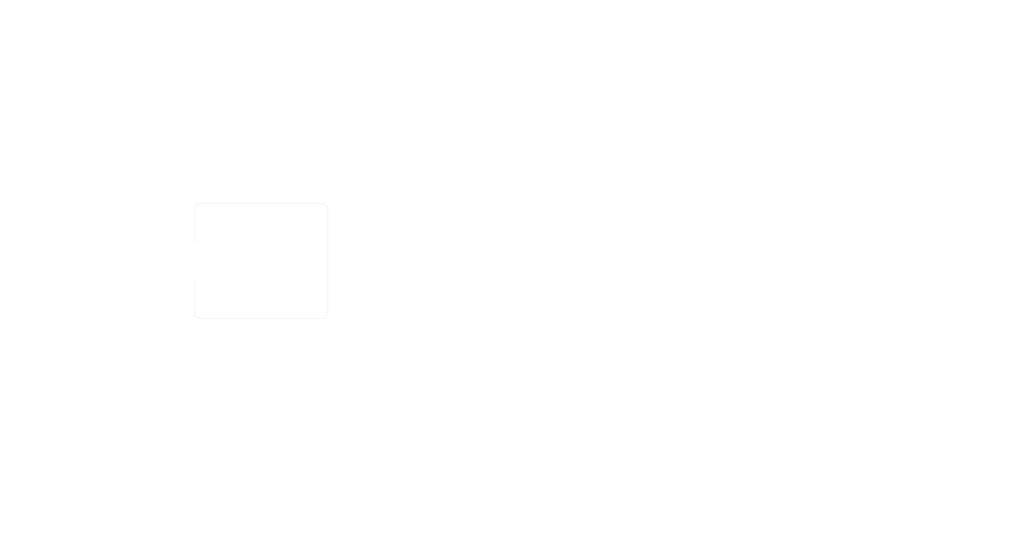
<source format=kicad_pcb>
(kicad_pcb (version 20240108) (generator "pcbnew") (generator_version "8.0")
  (title_block (title "Example Project") (date "15 nov 2012") (company "IIT ROORKEE") (comment 1 "T. Devarajulu Reddy") (comment 2 "treddy@ee.iitr.ac.in") (comment 3 "07396352909"))
  (layers (0 "F.Cu" signal) (31 "B.Cu" signal) (34 "B.Paste" user) (35 "F.Paste" user) (36 "B.SilkS" user "B.Silkscreen") (37 "F.SilkS" user "F.Silkscreen") (38 "B.Mask" user) (39 "F.Mask" user) (44 "Edge.Cuts" user))
  (net 0 "")
  (footprint "MountingHole:MountingHole_2.7mm_M2.5" (layer "F.Cu") (at 232.91 121.73)
    (property "Reference" "MH2" (hide yes))
    (property "Value" "MountingHole_2.7mm_M2.5" (hide yes))
    (pad "" np_thru_hole circle (at 0 0) (size 2.7 2.7) (drill 2.7) (layers "*.Cu" "*.Mask"))
  )
  (footprint "MountingHole:MountingHole_2.7mm_M2.5" (layer "F.Cu") (at 174.91 170.73)
    (property "Reference" "MH3" (hide yes))
    (property "Value" "MountingHole_2.7mm_M2.5" (hide yes))
    (pad "" np_thru_hole circle (at 0 0) (size 2.7 2.7) (drill 2.7) (layers "*.Cu" "*.Mask"))
  )
  (footprint "MountingHole:MountingHole_2.7mm_M2.5" (layer "F.Cu") (at 174.91 121.73)
    (property "Reference" "MH1" (hide yes))
    (property "Value" "MountingHole_2.7mm_M2.5" (hide yes))
    (pad "" np_thru_hole circle (at 0 0) (size 2.7 2.7) (drill 2.7) (layers "*.Cu" "*.Mask"))
  )
  (footprint "MountingHole:MountingHole_2.7mm_M2.5" (layer "F.Cu") (at 232.91 170.73)
    (property "Reference" "MH4" (hide yes))
    (property "Value" "MountingHole_2.7mm_M2.5" (hide yes))
    (pad "" np_thru_hole circle (at 0 0) (size 2.7 2.7) (drill 2.7) (layers "*.Cu" "*.Mask"))
  )
  (gr_arc (start 233.41 118.23) (mid 235.53132 119.10868) (end 236.41 121.23) (stroke (width 0.1)) (layer "Edge.Cuts"))
  (gr_line (start 236.41 171.23) (end 236.41 121.23) (stroke (width 0.1)) (layer "Edge.Cuts"))
  (gr_line (start 171.41 121.23) (end 171.41 137.23) (stroke (width 0.1)) (layer "Edge.Cuts"))
  (gr_arc (start 174.41 174.23) (mid 172.28868 173.35132) (end 171.41 171.23) (stroke (width 0.1)) (layer "Edge.Cuts"))
  (gr_line (start 174.41 174.23) (end 233.41 174.23) (stroke (width 0.1)) (layer "Edge.Cuts"))
  (gr_arc (start 236.41 171.23) (mid 235.53132 173.35132) (end 233.41 174.23) (stroke (width 0.1)) (layer "Edge.Cuts"))
  (gr_arc (start 171.41 121.23) (mid 172.28868 119.10868) (end 174.41 118.23) (stroke (width 0.1)) (layer "Edge.Cuts"))
  (gr_line (start 171.41 155.23) (end 171.41 171.23) (stroke (width 0.1)) (layer "Edge.Cuts"))
  (gr_line (start 233.41 118.23) (end 174.41 118.23) (stroke (width 0.1)) (layer "Edge.Cuts"))
)
</source>
